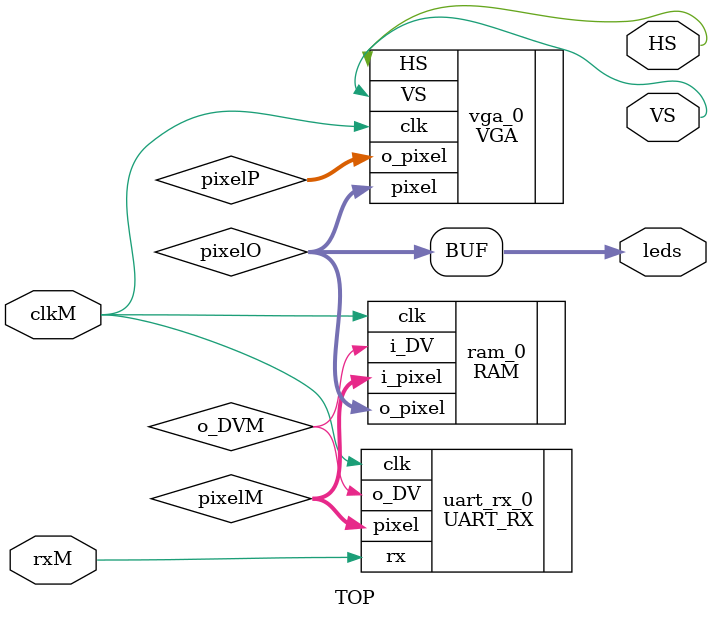
<source format=v>

 module TOP(
	input clkM,
	input rxM,
	output [7:0]leds,
	output VS,
	output HS
	//output txM
    );

	wire o_DVM;// Bandera rx y ram 
	wire [7:0]pixelM;//Byte rx y ram
	wire [7:0]pixelO;//Byte ram y vga
	wire [7:0]pixelP;//Byte vga y top
	
	
	//wire o_DV_R_TX; // Bandera ram y tx
	
	
	UART_RX uart_rx_0(
	.clk(clkM),
	.rx(rxM),
	.o_DV(o_DVM),
	.pixel(pixelM)
	);
	
	RAM ram_0(
	.clk(clkM),
	.i_DV(o_DVM),	
	.i_pixel(pixelM),
	.o_pixel(pixelO)
	//.o_DV(o_DV_R_TX)
	);
	
	VGA vga_0(
	.clk(clkM),
	.pixel(pixelO),
	.o_pixel(pixelP),
	.HS(HS),
	.VS(VS)
	);
	/*uart_tx uart_tx_0(
	.clk(clkM),
	.i_DV(o_DV_R_TX),
	.i_Tx_Byte(pixelO),
	.o_Tx_Serial(txM)
	);
	*/

	assign 	leds = pixelO;

	
	
	
endmodule
</source>
